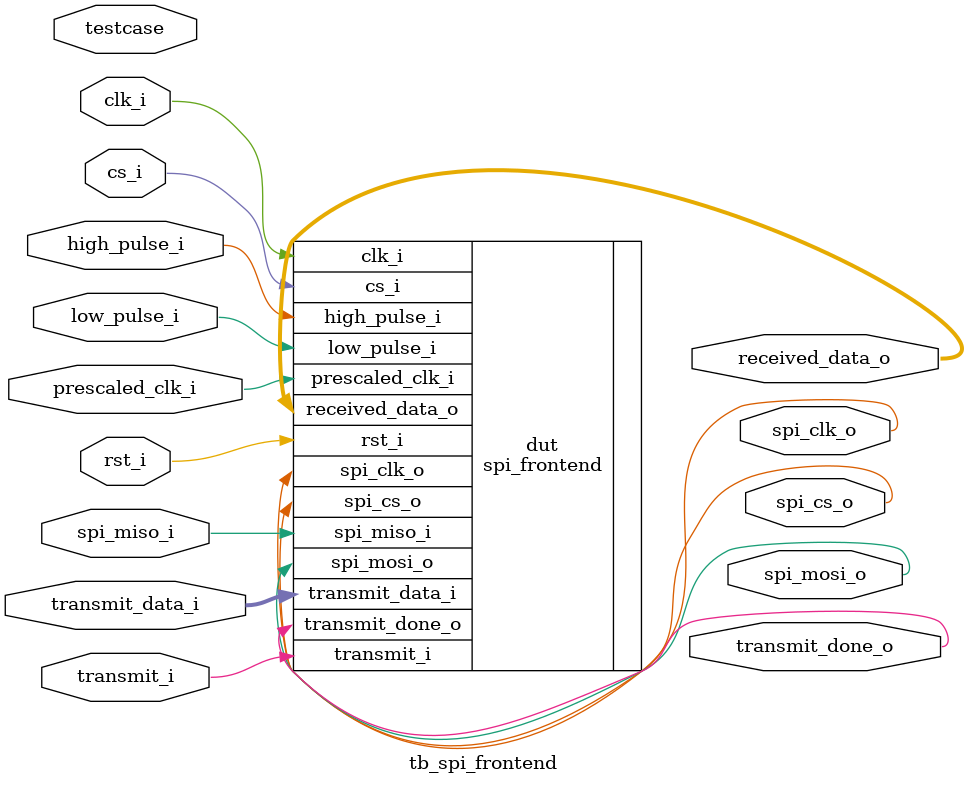
<source format=sv>
/*           __        _
 *  ________/ /  ___ _(_)__  ___
 * / __/ __/ _ \/ _ `/ / _ \/ -_)
 * \__/\__/_//_/\_,_/_/_//_/\__/
 * 
 * Copyright (C) Clément Chaine
 * This file is part of ECAP5-DWBSPI <https://github.com/ecap5/ECAP5-DWBSPI>
 *
 * ECAP5-DWBSPI is free software: you can redistribute it and/or modify
 * it under the terms of the GNU General Public License as published by
 * the Free Software Foundation, either version 3 of the License, or
 * (at your option) any later version.
 *
 * ECAP5-DWBSPI is distributed in the hope that it will be useful,
 * but WITHOUT ANY WARRANTY; without even the implied warranty of
 * MERCHANTABILITY or FITNESS FOR A PARTICULAR PURPOSE.  See the
 * GNU General Public License for more details.
 *
 * You should have received a copy of the GNU General Public License
 * along with ECAP5-DWBSPI.  If not, see <http://www.gnu.org/licenses/>.
 */

module tb_spi_frontend
(
  input   int          testcase,

  input   logic  clk_i,
  input   logic  rst_i,

  //=================================
  //    Internal interface
  
  input   logic  cs_i,
  input   logic  prescaled_clk_i,
  input   logic  high_pulse_i,
  input   logic  low_pulse_i,

  input   logic  transmit_i,
  input   logic[7:0]  transmit_data_i,
  output  logic[7:0]  received_data_o,
  output  logic  transmit_done_o,

  //=================================
  //    SPI interface

  output  logic  spi_cs_o,
  output  logic  spi_clk_o,
  output  logic  spi_mosi_o,
  input   logic  spi_miso_i
);

spi_frontend #(
) dut (
  .clk_i           (clk_i),
  .rst_i           (rst_i),

  .cs_i (cs_i),
  .prescaled_clk_i (prescaled_clk_i),
  .high_pulse_i (high_pulse_i),
  .low_pulse_i (low_pulse_i),

  .transmit_i (transmit_i),
  .transmit_data_i (transmit_data_i),
  .received_data_o (received_data_o),
  .transmit_done_o (transmit_done_o),

  .spi_cs_o (spi_cs_o),
  .spi_clk_o (spi_clk_o),
  .spi_mosi_o (spi_mosi_o),
  .spi_miso_i (spi_miso_i)
);

endmodule // tb_spi_frontend


</source>
